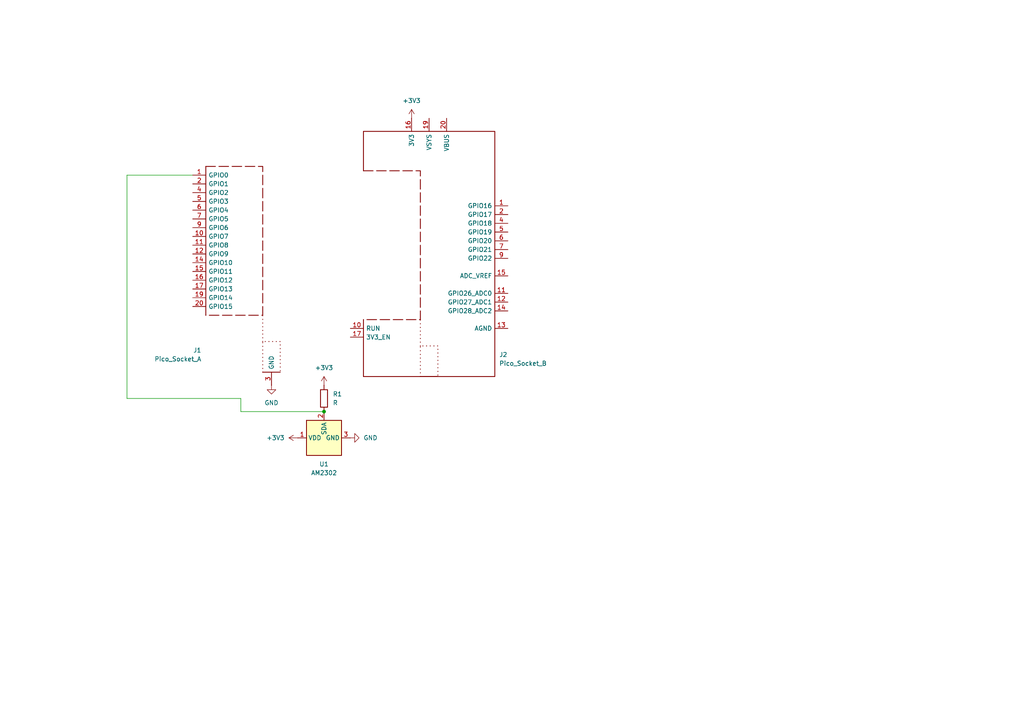
<source format=kicad_sch>
(kicad_sch
	(version 20231120)
	(generator "eeschema")
	(generator_version "8.0")
	(uuid "8b51ea86-c06f-43dd-96d8-c7df78c1d28c")
	(paper "A4")
	(lib_symbols
		(symbol "Device:R"
			(pin_numbers hide)
			(pin_names
				(offset 0)
			)
			(exclude_from_sim no)
			(in_bom yes)
			(on_board yes)
			(property "Reference" "R"
				(at 2.032 0 90)
				(effects
					(font
						(size 1.27 1.27)
					)
				)
			)
			(property "Value" "R"
				(at 0 0 90)
				(effects
					(font
						(size 1.27 1.27)
					)
				)
			)
			(property "Footprint" ""
				(at -1.778 0 90)
				(effects
					(font
						(size 1.27 1.27)
					)
					(hide yes)
				)
			)
			(property "Datasheet" "~"
				(at 0 0 0)
				(effects
					(font
						(size 1.27 1.27)
					)
					(hide yes)
				)
			)
			(property "Description" "Resistor"
				(at 0 0 0)
				(effects
					(font
						(size 1.27 1.27)
					)
					(hide yes)
				)
			)
			(property "ki_keywords" "R res resistor"
				(at 0 0 0)
				(effects
					(font
						(size 1.27 1.27)
					)
					(hide yes)
				)
			)
			(property "ki_fp_filters" "R_*"
				(at 0 0 0)
				(effects
					(font
						(size 1.27 1.27)
					)
					(hide yes)
				)
			)
			(symbol "R_0_1"
				(rectangle
					(start -1.016 -2.54)
					(end 1.016 2.54)
					(stroke
						(width 0.254)
						(type default)
					)
					(fill
						(type none)
					)
				)
			)
			(symbol "R_1_1"
				(pin passive line
					(at 0 3.81 270)
					(length 1.27)
					(name "~"
						(effects
							(font
								(size 1.27 1.27)
							)
						)
					)
					(number "1"
						(effects
							(font
								(size 1.27 1.27)
							)
						)
					)
				)
				(pin passive line
					(at 0 -3.81 90)
					(length 1.27)
					(name "~"
						(effects
							(font
								(size 1.27 1.27)
							)
						)
					)
					(number "2"
						(effects
							(font
								(size 1.27 1.27)
							)
						)
					)
				)
			)
		)
		(symbol "MCU_Module_RaspberryPi_Pico:RaspberryPi_Pico_MultiPart-Socket_A"
			(pin_names
				(offset 0.762)
			)
			(exclude_from_sim no)
			(in_bom yes)
			(on_board yes)
			(property "Reference" "J"
				(at -20.32 -27.94 0)
				(do_not_autoplace)
				(effects
					(font
						(size 1.27 1.27)
					)
					(justify right)
				)
			)
			(property "Value" "Pico_Socket_A"
				(at -20.32 -30.48 0)
				(do_not_autoplace)
				(effects
					(font
						(size 1.27 1.27)
					)
					(justify right)
				)
			)
			(property "Footprint" "Module_RaspberryPi_Pico:RaspberryPi_Pico_PinSocket_1x20_P2.54mm_Vertical"
				(at 0 -49.53 0)
				(effects
					(font
						(size 1.27 1.27)
					)
					(hide yes)
				)
			)
			(property "Datasheet" "https://datasheets.raspberrypi.com/pico/pico-datasheet.pdf"
				(at 0 -52.07 0)
				(effects
					(font
						(size 1.27 1.27)
					)
					(hide yes)
				)
			)
			(property "Description" "One of two 1x20 headers for connecting a Raspberry Pi Pico, with the Pico's specific pins and capabilities implemented, single row, 01x20"
				(at 0 -54.61 0)
				(effects
					(font
						(size 1.27 1.27)
					)
					(hide yes)
				)
			)
			(property "ki_keywords" "Raspberry Pi Pico connector socket"
				(at 0 0 0)
				(effects
					(font
						(size 1.27 1.27)
					)
					(hide yes)
				)
			)
			(property "ki_fp_filters" "*1x20*P2.54mm*Vertical*"
				(at 0 0 0)
				(effects
					(font
						(size 1.27 1.27)
					)
					(hide yes)
				)
			)
			(symbol "RaspberryPi_Pico_MultiPart-Socket_A_1_1"
				(polyline
					(pts
						(xy -19.05 25.4) (xy -19.05 -17.78)
					)
					(stroke
						(width 0.254)
						(type default)
					)
					(fill
						(type none)
					)
				)
				(polyline
					(pts
						(xy -2.54 -34.29) (xy 2.54 -34.29)
					)
					(stroke
						(width 0.254)
						(type default)
					)
					(fill
						(type none)
					)
				)
				(polyline
					(pts
						(xy -2.54 -25.4) (xy -2.54 -17.78)
					)
					(stroke
						(width 0.254)
						(type dot)
					)
					(fill
						(type none)
					)
				)
				(polyline
					(pts
						(xy -19.05 25.4) (xy -2.54 25.4) (xy -2.54 -17.78) (xy -19.05 -17.78)
					)
					(stroke
						(width 0.254)
						(type dash)
					)
					(fill
						(type none)
					)
				)
				(polyline
					(pts
						(xy -2.54 -34.29) (xy -2.54 -25.4) (xy 2.54 -25.4) (xy 2.54 -34.29)
					)
					(stroke
						(width 0.254)
						(type dot)
					)
					(fill
						(type none)
					)
				)
				(pin bidirectional line
					(at -22.86 22.86 0)
					(length 3.81)
					(name "GPIO0"
						(effects
							(font
								(size 1.27 1.27)
							)
						)
					)
					(number "1"
						(effects
							(font
								(size 1.27 1.27)
							)
						)
					)
					(alternate "I2C0_SDA" bidirectional line)
					(alternate "PWM0_A" output line)
					(alternate "SPI0_RX" input line)
					(alternate "UART0_TX" output line)
					(alternate "USB_OVCUR_DET" input line)
				)
				(pin bidirectional line
					(at -22.86 5.08 0)
					(length 3.81)
					(name "GPIO7"
						(effects
							(font
								(size 1.27 1.27)
							)
						)
					)
					(number "10"
						(effects
							(font
								(size 1.27 1.27)
							)
						)
					)
					(alternate "I2C1_SCL" bidirectional clock)
					(alternate "PWM3_B" bidirectional line)
					(alternate "SPI0_TX" output line)
					(alternate "UART1_RTS" output line)
					(alternate "USB_VBUS_DET" input line)
				)
				(pin bidirectional line
					(at -22.86 2.54 0)
					(length 3.81)
					(name "GPIO8"
						(effects
							(font
								(size 1.27 1.27)
							)
						)
					)
					(number "11"
						(effects
							(font
								(size 1.27 1.27)
							)
						)
					)
					(alternate "I2C0_SDA" bidirectional line)
					(alternate "PWM4_A" output line)
					(alternate "SPI1_RX" input line)
					(alternate "UART1_TX" output line)
					(alternate "USB_VBUS_EN" output line)
				)
				(pin bidirectional line
					(at -22.86 0 0)
					(length 3.81)
					(name "GPIO9"
						(effects
							(font
								(size 1.27 1.27)
							)
						)
					)
					(number "12"
						(effects
							(font
								(size 1.27 1.27)
							)
						)
					)
					(alternate "I2C0_SCL" bidirectional clock)
					(alternate "PWM4_B" bidirectional line)
					(alternate "UART1_RX" input line)
					(alternate "USB_OVCUR_DET" input line)
					(alternate "~{SPI1_CSn}" bidirectional line)
				)
				(pin passive line
					(at 0 -38.1 90)
					(length 3.81) hide
					(name "GND"
						(effects
							(font
								(size 1.27 1.27)
							)
						)
					)
					(number "13"
						(effects
							(font
								(size 1.27 1.27)
							)
						)
					)
				)
				(pin bidirectional line
					(at -22.86 -2.54 0)
					(length 3.81)
					(name "GPIO10"
						(effects
							(font
								(size 1.27 1.27)
							)
						)
					)
					(number "14"
						(effects
							(font
								(size 1.27 1.27)
							)
						)
					)
					(alternate "I2C1_SDA" bidirectional line)
					(alternate "PWM5_A" output line)
					(alternate "SPI1_SCK" bidirectional clock)
					(alternate "UART1_CTS" input line)
					(alternate "USB_VBUS_DET" input line)
				)
				(pin bidirectional line
					(at -22.86 -5.08 0)
					(length 3.81)
					(name "GPIO11"
						(effects
							(font
								(size 1.27 1.27)
							)
						)
					)
					(number "15"
						(effects
							(font
								(size 1.27 1.27)
							)
						)
					)
					(alternate "I2C1_SCL" bidirectional clock)
					(alternate "PWM5_B" bidirectional line)
					(alternate "SPI1_TX" output line)
					(alternate "UART1_RTS" output line)
					(alternate "USB_VBUS_EN" output line)
				)
				(pin bidirectional line
					(at -22.86 -7.62 0)
					(length 3.81)
					(name "GPIO12"
						(effects
							(font
								(size 1.27 1.27)
							)
						)
					)
					(number "16"
						(effects
							(font
								(size 1.27 1.27)
							)
						)
					)
					(alternate "I2C0_SDA" bidirectional line)
					(alternate "PWM6_A" output line)
					(alternate "SPI1_RX" input line)
					(alternate "UART0_TX" output line)
					(alternate "USB_OVCUR_DET" input line)
				)
				(pin bidirectional line
					(at -22.86 -10.16 0)
					(length 3.81)
					(name "GPIO13"
						(effects
							(font
								(size 1.27 1.27)
							)
						)
					)
					(number "17"
						(effects
							(font
								(size 1.27 1.27)
							)
						)
					)
					(alternate "I2C0_SCL" bidirectional clock)
					(alternate "PWM6_B" bidirectional line)
					(alternate "UART0_RX" input line)
					(alternate "USB_VBUS_DET" input line)
					(alternate "~{SPI1_CSn}" bidirectional line)
				)
				(pin passive line
					(at 0 -38.1 90)
					(length 3.81) hide
					(name "GND"
						(effects
							(font
								(size 1.27 1.27)
							)
						)
					)
					(number "18"
						(effects
							(font
								(size 1.27 1.27)
							)
						)
					)
				)
				(pin bidirectional line
					(at -22.86 -12.7 0)
					(length 3.81)
					(name "GPIO14"
						(effects
							(font
								(size 1.27 1.27)
							)
						)
					)
					(number "19"
						(effects
							(font
								(size 1.27 1.27)
							)
						)
					)
					(alternate "I2C1_SDA" bidirectional line)
					(alternate "PWM7_A" output line)
					(alternate "SPI1_SCK" bidirectional clock)
					(alternate "UART0_CTS" input line)
					(alternate "USB_VBUS_EN" output line)
				)
				(pin bidirectional line
					(at -22.86 20.32 0)
					(length 3.81)
					(name "GPIO1"
						(effects
							(font
								(size 1.27 1.27)
							)
						)
					)
					(number "2"
						(effects
							(font
								(size 1.27 1.27)
							)
						)
					)
					(alternate "I2C0_SCL" bidirectional clock)
					(alternate "PWM0_B" bidirectional line)
					(alternate "UART0_RX" input line)
					(alternate "USB_VBUS_DET" passive line)
					(alternate "~{SPI0_CSn}" bidirectional line)
				)
				(pin bidirectional line
					(at -22.86 -15.24 0)
					(length 3.81)
					(name "GPIO15"
						(effects
							(font
								(size 1.27 1.27)
							)
						)
					)
					(number "20"
						(effects
							(font
								(size 1.27 1.27)
							)
						)
					)
					(alternate "I2C1_SCL" bidirectional clock)
					(alternate "PWM7_B" bidirectional line)
					(alternate "SPI1_TX" output line)
					(alternate "UART0_RTS" output line)
					(alternate "USB_OVCUR_DET" input line)
				)
				(pin power_out line
					(at 0 -38.1 90)
					(length 3.81)
					(name "GND"
						(effects
							(font
								(size 1.27 1.27)
							)
						)
					)
					(number "3"
						(effects
							(font
								(size 1.27 1.27)
							)
						)
					)
					(alternate "GND_IN" power_in line)
				)
				(pin bidirectional line
					(at -22.86 17.78 0)
					(length 3.81)
					(name "GPIO2"
						(effects
							(font
								(size 1.27 1.27)
							)
						)
					)
					(number "4"
						(effects
							(font
								(size 1.27 1.27)
							)
						)
					)
					(alternate "I2C1_SDA" bidirectional line)
					(alternate "PWM1_A" output line)
					(alternate "SPI0_SCK" bidirectional clock)
					(alternate "UART0_CTS" input line)
					(alternate "USB_VBUS_DET" input line)
				)
				(pin bidirectional line
					(at -22.86 15.24 0)
					(length 3.81)
					(name "GPIO3"
						(effects
							(font
								(size 1.27 1.27)
							)
						)
					)
					(number "5"
						(effects
							(font
								(size 1.27 1.27)
							)
						)
					)
					(alternate "I2C1_SCL" bidirectional clock)
					(alternate "PWM1_B" bidirectional line)
					(alternate "SPI0_TX" output line)
					(alternate "UART0_RTS" output line)
					(alternate "USB_OVCUR_DET" input line)
				)
				(pin bidirectional line
					(at -22.86 12.7 0)
					(length 3.81)
					(name "GPIO4"
						(effects
							(font
								(size 1.27 1.27)
							)
						)
					)
					(number "6"
						(effects
							(font
								(size 1.27 1.27)
							)
						)
					)
					(alternate "I2C0_SDA" bidirectional line)
					(alternate "PWM2_A" output line)
					(alternate "SPI0_RX" input line)
					(alternate "UART1_TX" output line)
					(alternate "USB_VBUS_DET" input line)
				)
				(pin bidirectional line
					(at -22.86 10.16 0)
					(length 3.81)
					(name "GPIO5"
						(effects
							(font
								(size 1.27 1.27)
							)
						)
					)
					(number "7"
						(effects
							(font
								(size 1.27 1.27)
							)
						)
					)
					(alternate "I2C0_SCL" bidirectional clock)
					(alternate "PWM2_B" bidirectional line)
					(alternate "UART1_RX" input line)
					(alternate "USB_VBUS_EN" output line)
					(alternate "~{SPI0_CSn}" bidirectional line)
				)
				(pin passive line
					(at 0 -38.1 90)
					(length 3.81) hide
					(name "GND"
						(effects
							(font
								(size 1.27 1.27)
							)
						)
					)
					(number "8"
						(effects
							(font
								(size 1.27 1.27)
							)
						)
					)
				)
				(pin bidirectional line
					(at -22.86 7.62 0)
					(length 3.81)
					(name "GPIO6"
						(effects
							(font
								(size 1.27 1.27)
							)
						)
					)
					(number "9"
						(effects
							(font
								(size 1.27 1.27)
							)
						)
					)
					(alternate "I2C1_SDA" bidirectional line)
					(alternate "PWM3_A" output line)
					(alternate "SPI0_SCK" bidirectional clock)
					(alternate "UART1_CTS" input line)
					(alternate "USB_OVCUR_DET" input line)
				)
			)
		)
		(symbol "MCU_Module_RaspberryPi_Pico:RaspberryPi_Pico_MultiPart-Socket_B"
			(pin_names
				(offset 0.762)
			)
			(exclude_from_sim no)
			(in_bom yes)
			(on_board yes)
			(property "Reference" "J"
				(at 20.32 -27.94 0)
				(do_not_autoplace)
				(effects
					(font
						(size 1.27 1.27)
					)
					(justify left)
				)
			)
			(property "Value" "Pico_Socket_B"
				(at 20.32 -30.48 0)
				(do_not_autoplace)
				(effects
					(font
						(size 1.27 1.27)
					)
					(justify left)
				)
			)
			(property "Footprint" "Module_RaspberryPi_Pico:RaspberryPi_Pico_PinSocket_1x20_P2.54mm_Vertical"
				(at 0 -49.53 0)
				(effects
					(font
						(size 1.27 1.27)
					)
					(hide yes)
				)
			)
			(property "Datasheet" "https://datasheets.raspberrypi.com/pico/pico-datasheet.pdf"
				(at 0 -52.07 0)
				(effects
					(font
						(size 1.27 1.27)
					)
					(hide yes)
				)
			)
			(property "Description" "One of two 1x20 headers for connecting a Raspberry Pi Pico, with the Pico's specific pins and capabilities implemented, single row, 01x20"
				(at 0 -54.61 0)
				(effects
					(font
						(size 1.27 1.27)
					)
					(hide yes)
				)
			)
			(property "ki_keywords" "Raspberry Pi Pico connector socket"
				(at 0 0 0)
				(effects
					(font
						(size 1.27 1.27)
					)
					(hide yes)
				)
			)
			(property "ki_fp_filters" "*1x20*P2.54mm*Vertical*"
				(at 0 0 0)
				(effects
					(font
						(size 1.27 1.27)
					)
					(hide yes)
				)
			)
			(symbol "RaspberryPi_Pico_MultiPart-Socket_B_1_1"
				(polyline
					(pts
						(xy -2.54 -34.29) (xy 2.54 -34.29)
					)
					(stroke
						(width 0.254)
						(type default)
					)
					(fill
						(type none)
					)
				)
				(polyline
					(pts
						(xy -2.54 -25.4) (xy -2.54 -17.78)
					)
					(stroke
						(width 0.254)
						(type dot)
					)
					(fill
						(type none)
					)
				)
				(polyline
					(pts
						(xy -19.05 25.4) (xy -2.54 25.4) (xy -2.54 -17.78) (xy -19.05 -17.78)
					)
					(stroke
						(width 0.254)
						(type dash)
					)
					(fill
						(type none)
					)
				)
				(polyline
					(pts
						(xy -2.54 -34.29) (xy -2.54 -25.4) (xy 2.54 -25.4) (xy 2.54 -34.29)
					)
					(stroke
						(width 0.254)
						(type dot)
					)
					(fill
						(type none)
					)
				)
				(polyline
					(pts
						(xy -19.05 -17.78) (xy -19.05 -34.29) (xy 19.05 -34.29) (xy 19.05 36.83) (xy -19.05 36.83) (xy -19.05 25.4)
					)
					(stroke
						(width 0.254)
						(type default)
					)
					(fill
						(type none)
					)
				)
				(pin bidirectional line
					(at 22.86 15.24 180)
					(length 3.81)
					(name "GPIO16"
						(effects
							(font
								(size 1.27 1.27)
							)
						)
					)
					(number "1"
						(effects
							(font
								(size 1.27 1.27)
							)
						)
					)
					(alternate "I2C0_SDA" bidirectional line)
					(alternate "PWM0_A" output line)
					(alternate "SPI0_RX" input line)
					(alternate "UART0_TX" output line)
					(alternate "USB_VBUS_DET" input line)
				)
				(pin input line
					(at -22.86 -20.32 0)
					(length 3.81)
					(name "RUN"
						(effects
							(font
								(size 1.27 1.27)
							)
						)
					)
					(number "10"
						(effects
							(font
								(size 1.27 1.27)
							)
						)
					)
					(alternate "~{RESET}" input line)
				)
				(pin bidirectional line
					(at 22.86 -10.16 180)
					(length 3.81)
					(name "GPIO26_ADC0"
						(effects
							(font
								(size 1.27 1.27)
							)
						)
					)
					(number "11"
						(effects
							(font
								(size 1.27 1.27)
							)
						)
					)
					(alternate "ADC0" input line)
					(alternate "GPIO26" bidirectional line)
					(alternate "I2C1_SDA" bidirectional line)
					(alternate "PWM5_A" output line)
					(alternate "SPI1_SCK" bidirectional clock)
					(alternate "UART1_CTS" input line)
					(alternate "USB_VBUS_EN" output line)
				)
				(pin bidirectional line
					(at 22.86 -12.7 180)
					(length 3.81)
					(name "GPIO27_ADC1"
						(effects
							(font
								(size 1.27 1.27)
							)
						)
					)
					(number "12"
						(effects
							(font
								(size 1.27 1.27)
							)
						)
					)
					(alternate "ADC1" input line)
					(alternate "GPIO27" bidirectional line)
					(alternate "I2C1_SCL" bidirectional clock)
					(alternate "PWM5_B" bidirectional line)
					(alternate "SPI1_TX" output line)
					(alternate "UART1_RTS" output line)
					(alternate "USB_OVCUR_DET" input line)
				)
				(pin power_out line
					(at 22.86 -20.32 180)
					(length 3.81)
					(name "AGND"
						(effects
							(font
								(size 1.27 1.27)
							)
						)
					)
					(number "13"
						(effects
							(font
								(size 1.27 1.27)
							)
						)
					)
					(alternate "GND" passive line)
				)
				(pin bidirectional line
					(at 22.86 -15.24 180)
					(length 3.81)
					(name "GPIO28_ADC2"
						(effects
							(font
								(size 1.27 1.27)
							)
						)
					)
					(number "14"
						(effects
							(font
								(size 1.27 1.27)
							)
						)
					)
					(alternate "ADC2" input line)
					(alternate "GPIO28" bidirectional line)
					(alternate "I2C0_SDA" bidirectional line)
					(alternate "PWM6_A" output line)
					(alternate "SPI1_RX" input line)
					(alternate "UART0_TX" output line)
					(alternate "USB_VBUS_DET" input line)
				)
				(pin power_in line
					(at 22.86 -5.08 180)
					(length 3.81)
					(name "ADC_VREF"
						(effects
							(font
								(size 1.27 1.27)
							)
						)
					)
					(number "15"
						(effects
							(font
								(size 1.27 1.27)
							)
						)
					)
				)
				(pin power_out line
					(at -5.08 40.64 270)
					(length 3.81)
					(name "3V3"
						(effects
							(font
								(size 1.27 1.27)
							)
						)
					)
					(number "16"
						(effects
							(font
								(size 1.27 1.27)
							)
						)
					)
				)
				(pin input line
					(at -22.86 -22.86 0)
					(length 3.81)
					(name "3V3_EN"
						(effects
							(font
								(size 1.27 1.27)
							)
						)
					)
					(number "17"
						(effects
							(font
								(size 1.27 1.27)
							)
						)
					)
					(alternate "~{3V3_DISABLE}" input line)
				)
				(pin passive line
					(at 0 -38.1 90)
					(length 3.81) hide
					(name "GND"
						(effects
							(font
								(size 1.27 1.27)
							)
						)
					)
					(number "18"
						(effects
							(font
								(size 1.27 1.27)
							)
						)
					)
				)
				(pin power_out line
					(at 0 40.64 270)
					(length 3.81)
					(name "VSYS"
						(effects
							(font
								(size 1.27 1.27)
							)
						)
					)
					(number "19"
						(effects
							(font
								(size 1.27 1.27)
							)
						)
					)
					(alternate "VSYS_IN" power_in line)
				)
				(pin bidirectional line
					(at 22.86 12.7 180)
					(length 3.81)
					(name "GPIO17"
						(effects
							(font
								(size 1.27 1.27)
							)
						)
					)
					(number "2"
						(effects
							(font
								(size 1.27 1.27)
							)
						)
					)
					(alternate "I2C0_SCL" bidirectional clock)
					(alternate "PWM0_B" bidirectional line)
					(alternate "UART0_RX" input line)
					(alternate "USB_VBUS_EN" output line)
					(alternate "~{SPI0_CSn}" bidirectional line)
				)
				(pin power_out line
					(at 5.08 40.64 270)
					(length 3.81)
					(name "VBUS"
						(effects
							(font
								(size 1.27 1.27)
							)
						)
					)
					(number "20"
						(effects
							(font
								(size 1.27 1.27)
							)
						)
					)
					(alternate "VBUS_HOST" power_in line)
				)
				(pin passive line
					(at 0 -38.1 90)
					(length 3.81) hide
					(name "GND"
						(effects
							(font
								(size 1.27 1.27)
							)
						)
					)
					(number "3"
						(effects
							(font
								(size 1.27 1.27)
							)
						)
					)
				)
				(pin bidirectional line
					(at 22.86 10.16 180)
					(length 3.81)
					(name "GPIO18"
						(effects
							(font
								(size 1.27 1.27)
							)
						)
					)
					(number "4"
						(effects
							(font
								(size 1.27 1.27)
							)
						)
					)
					(alternate "I2C1_SDA" bidirectional line)
					(alternate "PWM1_A" output line)
					(alternate "SPI0_SCK" bidirectional clock)
					(alternate "UART0_CTS" input line)
					(alternate "USB_OVCUR_DET" input line)
				)
				(pin bidirectional line
					(at 22.86 7.62 180)
					(length 3.81)
					(name "GPIO19"
						(effects
							(font
								(size 1.27 1.27)
							)
						)
					)
					(number "5"
						(effects
							(font
								(size 1.27 1.27)
							)
						)
					)
					(alternate "I2C1_SCL" bidirectional clock)
					(alternate "PWM1_B" bidirectional line)
					(alternate "SPI0_TX" output line)
					(alternate "UART0_RTS" output line)
					(alternate "USB_VBUS_DET" input line)
				)
				(pin bidirectional line
					(at 22.86 5.08 180)
					(length 3.81)
					(name "GPIO20"
						(effects
							(font
								(size 1.27 1.27)
							)
						)
					)
					(number "6"
						(effects
							(font
								(size 1.27 1.27)
							)
						)
					)
					(alternate "CLOCK_GPIN0" input clock)
					(alternate "I2C0_SDA" bidirectional line)
					(alternate "PWM2_A" output line)
					(alternate "SPI0_RX" input line)
					(alternate "UART1_TX" output line)
					(alternate "USB_VBUS_EN" output line)
				)
				(pin bidirectional line
					(at 22.86 2.54 180)
					(length 3.81)
					(name "GPIO21"
						(effects
							(font
								(size 1.27 1.27)
							)
						)
					)
					(number "7"
						(effects
							(font
								(size 1.27 1.27)
							)
						)
					)
					(alternate "CLOCK_GPOUT0" output clock)
					(alternate "I2C0_SCL" bidirectional clock)
					(alternate "PWM2_B" bidirectional line)
					(alternate "UART1_RX" input line)
					(alternate "USB_OVCUR_DET" input line)
					(alternate "~{SPI0_CSn}" bidirectional line)
				)
				(pin passive line
					(at 0 -38.1 90)
					(length 3.81) hide
					(name "GND"
						(effects
							(font
								(size 1.27 1.27)
							)
						)
					)
					(number "8"
						(effects
							(font
								(size 1.27 1.27)
							)
						)
					)
				)
				(pin bidirectional line
					(at 22.86 0 180)
					(length 3.81)
					(name "GPIO22"
						(effects
							(font
								(size 1.27 1.27)
							)
						)
					)
					(number "9"
						(effects
							(font
								(size 1.27 1.27)
							)
						)
					)
					(alternate "CLOCK_GPIN1" input clock)
					(alternate "I2C1_SDA" bidirectional line)
					(alternate "PWM3_A" output line)
					(alternate "SPI0_SCK" bidirectional clock)
					(alternate "UART1_CTS" input line)
					(alternate "USB_VBUS_DET" input line)
				)
			)
		)
		(symbol "Sensor:AM2302"
			(exclude_from_sim no)
			(in_bom yes)
			(on_board yes)
			(property "Reference" "U"
				(at -3.81 6.35 0)
				(effects
					(font
						(size 1.27 1.27)
					)
				)
			)
			(property "Value" "AM2302"
				(at 3.81 6.35 0)
				(effects
					(font
						(size 1.27 1.27)
					)
				)
			)
			(property "Footprint" "Sensor:ASAIR_AM2302_P2.54mm_Vertical"
				(at 0 -10.16 0)
				(effects
					(font
						(size 1.27 1.27)
					)
					(hide yes)
				)
			)
			(property "Datasheet" "http://akizukidenshi.com/download/ds/aosong/AM2302.pdf"
				(at 3.81 6.35 0)
				(effects
					(font
						(size 1.27 1.27)
					)
					(hide yes)
				)
			)
			(property "Description" "3.3 to 5.0V, Temperature and humidity module,  DHT22, AM2302"
				(at 0 0 0)
				(effects
					(font
						(size 1.27 1.27)
					)
					(hide yes)
				)
			)
			(property "ki_keywords" "digital sensor"
				(at 0 0 0)
				(effects
					(font
						(size 1.27 1.27)
					)
					(hide yes)
				)
			)
			(property "ki_fp_filters" "ASAIR*AM2302*P2.54mm*"
				(at 0 0 0)
				(effects
					(font
						(size 1.27 1.27)
					)
					(hide yes)
				)
			)
			(symbol "AM2302_0_1"
				(rectangle
					(start -5.08 5.08)
					(end 5.08 -5.08)
					(stroke
						(width 0.254)
						(type default)
					)
					(fill
						(type background)
					)
				)
			)
			(symbol "AM2302_1_1"
				(pin power_in line
					(at 0 7.62 270)
					(length 2.54)
					(name "VDD"
						(effects
							(font
								(size 1.27 1.27)
							)
						)
					)
					(number "1"
						(effects
							(font
								(size 1.27 1.27)
							)
						)
					)
				)
				(pin bidirectional line
					(at 7.62 0 180)
					(length 2.54)
					(name "SDA"
						(effects
							(font
								(size 1.27 1.27)
							)
						)
					)
					(number "2"
						(effects
							(font
								(size 1.27 1.27)
							)
						)
					)
				)
				(pin power_in line
					(at 0 -7.62 90)
					(length 2.54)
					(name "GND"
						(effects
							(font
								(size 1.27 1.27)
							)
						)
					)
					(number "3"
						(effects
							(font
								(size 1.27 1.27)
							)
						)
					)
				)
				(pin passive line
					(at 0 -7.62 90)
					(length 2.54) hide
					(name "GND"
						(effects
							(font
								(size 1.27 1.27)
							)
						)
					)
					(number "4"
						(effects
							(font
								(size 1.27 1.27)
							)
						)
					)
				)
			)
		)
		(symbol "power:+3V3"
			(power)
			(pin_numbers hide)
			(pin_names
				(offset 0) hide)
			(exclude_from_sim no)
			(in_bom yes)
			(on_board yes)
			(property "Reference" "#PWR"
				(at 0 -3.81 0)
				(effects
					(font
						(size 1.27 1.27)
					)
					(hide yes)
				)
			)
			(property "Value" "+3V3"
				(at 0 3.556 0)
				(effects
					(font
						(size 1.27 1.27)
					)
				)
			)
			(property "Footprint" ""
				(at 0 0 0)
				(effects
					(font
						(size 1.27 1.27)
					)
					(hide yes)
				)
			)
			(property "Datasheet" ""
				(at 0 0 0)
				(effects
					(font
						(size 1.27 1.27)
					)
					(hide yes)
				)
			)
			(property "Description" "Power symbol creates a global label with name \"+3V3\""
				(at 0 0 0)
				(effects
					(font
						(size 1.27 1.27)
					)
					(hide yes)
				)
			)
			(property "ki_keywords" "global power"
				(at 0 0 0)
				(effects
					(font
						(size 1.27 1.27)
					)
					(hide yes)
				)
			)
			(symbol "+3V3_0_1"
				(polyline
					(pts
						(xy -0.762 1.27) (xy 0 2.54)
					)
					(stroke
						(width 0)
						(type default)
					)
					(fill
						(type none)
					)
				)
				(polyline
					(pts
						(xy 0 0) (xy 0 2.54)
					)
					(stroke
						(width 0)
						(type default)
					)
					(fill
						(type none)
					)
				)
				(polyline
					(pts
						(xy 0 2.54) (xy 0.762 1.27)
					)
					(stroke
						(width 0)
						(type default)
					)
					(fill
						(type none)
					)
				)
			)
			(symbol "+3V3_1_1"
				(pin power_in line
					(at 0 0 90)
					(length 0)
					(name "~"
						(effects
							(font
								(size 1.27 1.27)
							)
						)
					)
					(number "1"
						(effects
							(font
								(size 1.27 1.27)
							)
						)
					)
				)
			)
		)
		(symbol "power:GND"
			(power)
			(pin_numbers hide)
			(pin_names
				(offset 0) hide)
			(exclude_from_sim no)
			(in_bom yes)
			(on_board yes)
			(property "Reference" "#PWR"
				(at 0 -6.35 0)
				(effects
					(font
						(size 1.27 1.27)
					)
					(hide yes)
				)
			)
			(property "Value" "GND"
				(at 0 -3.81 0)
				(effects
					(font
						(size 1.27 1.27)
					)
				)
			)
			(property "Footprint" ""
				(at 0 0 0)
				(effects
					(font
						(size 1.27 1.27)
					)
					(hide yes)
				)
			)
			(property "Datasheet" ""
				(at 0 0 0)
				(effects
					(font
						(size 1.27 1.27)
					)
					(hide yes)
				)
			)
			(property "Description" "Power symbol creates a global label with name \"GND\" , ground"
				(at 0 0 0)
				(effects
					(font
						(size 1.27 1.27)
					)
					(hide yes)
				)
			)
			(property "ki_keywords" "global power"
				(at 0 0 0)
				(effects
					(font
						(size 1.27 1.27)
					)
					(hide yes)
				)
			)
			(symbol "GND_0_1"
				(polyline
					(pts
						(xy 0 0) (xy 0 -1.27) (xy 1.27 -1.27) (xy 0 -2.54) (xy -1.27 -1.27) (xy 0 -1.27)
					)
					(stroke
						(width 0)
						(type default)
					)
					(fill
						(type none)
					)
				)
			)
			(symbol "GND_1_1"
				(pin power_in line
					(at 0 0 270)
					(length 0)
					(name "~"
						(effects
							(font
								(size 1.27 1.27)
							)
						)
					)
					(number "1"
						(effects
							(font
								(size 1.27 1.27)
							)
						)
					)
				)
			)
		)
	)
	(junction
		(at 93.98 119.38)
		(diameter 0)
		(color 0 0 0 0)
		(uuid "314faf0d-641a-49a4-881f-133a3ac91f69")
	)
	(wire
		(pts
			(xy 36.83 115.57) (xy 69.85 115.57)
		)
		(stroke
			(width 0)
			(type default)
		)
		(uuid "8052031a-d9f3-4845-bfdb-475cd870e6e2")
	)
	(wire
		(pts
			(xy 36.83 115.57) (xy 36.83 50.8)
		)
		(stroke
			(width 0)
			(type default)
		)
		(uuid "a62e1e33-4de4-4a42-997b-31c4e850bb3b")
	)
	(wire
		(pts
			(xy 36.83 50.8) (xy 55.88 50.8)
		)
		(stroke
			(width 0)
			(type default)
		)
		(uuid "b4e388e9-ee13-4bd5-b34d-48c1b1b527f1")
	)
	(wire
		(pts
			(xy 69.85 115.57) (xy 69.85 119.38)
		)
		(stroke
			(width 0)
			(type default)
		)
		(uuid "d4d3833f-517a-4351-83f1-d4a3e3a24a78")
	)
	(wire
		(pts
			(xy 69.85 119.38) (xy 93.98 119.38)
		)
		(stroke
			(width 0)
			(type default)
		)
		(uuid "f2dfa2bb-659b-458e-8ede-29947a129a00")
	)
	(symbol
		(lib_id "power:+3V3")
		(at 86.36 127 90)
		(unit 1)
		(exclude_from_sim no)
		(in_bom yes)
		(on_board yes)
		(dnp no)
		(fields_autoplaced yes)
		(uuid "09c9b03d-0e81-4aa7-8a4e-65a84e6285b7")
		(property "Reference" "#PWR02"
			(at 90.17 127 0)
			(effects
				(font
					(size 1.27 1.27)
				)
				(hide yes)
			)
		)
		(property "Value" "+3V3"
			(at 82.55 126.9999 90)
			(effects
				(font
					(size 1.27 1.27)
				)
				(justify left)
			)
		)
		(property "Footprint" ""
			(at 86.36 127 0)
			(effects
				(font
					(size 1.27 1.27)
				)
				(hide yes)
			)
		)
		(property "Datasheet" ""
			(at 86.36 127 0)
			(effects
				(font
					(size 1.27 1.27)
				)
				(hide yes)
			)
		)
		(property "Description" "Power symbol creates a global label with name \"+3V3\""
			(at 86.36 127 0)
			(effects
				(font
					(size 1.27 1.27)
				)
				(hide yes)
			)
		)
		(pin "1"
			(uuid "a58175df-e23a-41cd-9ad8-0d1b0062b315")
		)
		(instances
			(project ""
				(path "/8b51ea86-c06f-43dd-96d8-c7df78c1d28c"
					(reference "#PWR02")
					(unit 1)
				)
			)
		)
	)
	(symbol
		(lib_id "Sensor:AM2302")
		(at 93.98 127 90)
		(unit 1)
		(exclude_from_sim no)
		(in_bom yes)
		(on_board yes)
		(dnp no)
		(fields_autoplaced yes)
		(uuid "12bb0b0c-33d6-40cd-8d26-f202b42b9088")
		(property "Reference" "U1"
			(at 93.98 134.62 90)
			(effects
				(font
					(size 1.27 1.27)
				)
			)
		)
		(property "Value" "AM2302"
			(at 93.98 137.16 90)
			(effects
				(font
					(size 1.27 1.27)
				)
			)
		)
		(property "Footprint" "Sensor:ASAIR_AM2302_P2.54mm_Vertical"
			(at 104.14 127 0)
			(effects
				(font
					(size 1.27 1.27)
				)
				(hide yes)
			)
		)
		(property "Datasheet" "http://akizukidenshi.com/download/ds/aosong/AM2302.pdf"
			(at 87.63 123.19 0)
			(effects
				(font
					(size 1.27 1.27)
				)
				(hide yes)
			)
		)
		(property "Description" "3.3 to 5.0V, Temperature and humidity module,  DHT22, AM2302"
			(at 93.98 127 0)
			(effects
				(font
					(size 1.27 1.27)
				)
				(hide yes)
			)
		)
		(pin "3"
			(uuid "a91f827b-6078-4b71-8637-2dccc9abdd3a")
		)
		(pin "4"
			(uuid "55da3a9c-381f-46d7-8afc-6fd375d34944")
		)
		(pin "2"
			(uuid "43b19f57-5cdf-4d20-92db-977822c0bd4b")
		)
		(pin "1"
			(uuid "e664acb3-81ec-4173-b3ae-450ca497767b")
		)
		(instances
			(project ""
				(path "/8b51ea86-c06f-43dd-96d8-c7df78c1d28c"
					(reference "U1")
					(unit 1)
				)
			)
		)
	)
	(symbol
		(lib_id "MCU_Module_RaspberryPi_Pico:RaspberryPi_Pico_MultiPart-Socket_B")
		(at 124.46 74.93 0)
		(unit 1)
		(exclude_from_sim no)
		(in_bom yes)
		(on_board yes)
		(dnp no)
		(fields_autoplaced yes)
		(uuid "240d8731-3334-4baa-b7f8-0ab28a75757d")
		(property "Reference" "J2"
			(at 144.78 102.87 0)
			(do_not_autoplace yes)
			(effects
				(font
					(size 1.27 1.27)
				)
				(justify left)
			)
		)
		(property "Value" "Pico_Socket_B"
			(at 144.78 105.41 0)
			(do_not_autoplace yes)
			(effects
				(font
					(size 1.27 1.27)
				)
				(justify left)
			)
		)
		(property "Footprint" "Module_RaspberryPi_Pico:RaspberryPi_Pico_PinSocket_1x20_P2.54mm_Vertical"
			(at 124.46 124.46 0)
			(effects
				(font
					(size 1.27 1.27)
				)
				(hide yes)
			)
		)
		(property "Datasheet" "https://datasheets.raspberrypi.com/pico/pico-datasheet.pdf"
			(at 124.46 127 0)
			(effects
				(font
					(size 1.27 1.27)
				)
				(hide yes)
			)
		)
		(property "Description" "One of two 1x20 headers for connecting a Raspberry Pi Pico, with the Pico's specific pins and capabilities implemented, single row, 01x20"
			(at 124.46 129.54 0)
			(effects
				(font
					(size 1.27 1.27)
				)
				(hide yes)
			)
		)
		(pin "17"
			(uuid "031daa63-9fe8-4815-9ebf-0636ca589b0d")
		)
		(pin "9"
			(uuid "dd68a835-5f4f-4db4-98e5-acadc16dd108")
		)
		(pin "5"
			(uuid "0563ff2b-8b9e-4b8e-9a6e-30719123ae38")
		)
		(pin "15"
			(uuid "8b2448d5-aaed-441c-934f-afa3e558f0c2")
		)
		(pin "20"
			(uuid "8df26ed3-b049-44b8-83a9-12bb0223f957")
		)
		(pin "12"
			(uuid "22855dcf-7e4a-4157-89c1-1a122d524e26")
		)
		(pin "4"
			(uuid "c295057d-4fa3-4769-ad73-3c6561a58555")
		)
		(pin "7"
			(uuid "8408d389-6e16-493b-94bf-2a8ea7c16ef6")
		)
		(pin "6"
			(uuid "1821d061-3d35-450f-9126-aa0a5fd2d8a6")
		)
		(pin "10"
			(uuid "945cd475-1405-49d9-8ff9-1b22e5779ce2")
		)
		(pin "1"
			(uuid "066d55fb-5ff1-488d-b234-ec2692968d6e")
		)
		(pin "14"
			(uuid "b417500a-3ee4-471f-8c75-12b08e74a496")
		)
		(pin "13"
			(uuid "e8c3754f-1a7f-4402-8e53-6e23ccc50a0d")
		)
		(pin "2"
			(uuid "eab51551-6569-46d6-a83d-35ff7af97e71")
		)
		(pin "8"
			(uuid "6215bba0-f9b5-483d-b05e-61183f85f566")
		)
		(pin "18"
			(uuid "7083f8b9-e8d0-48af-8f78-90344a80b0b1")
		)
		(pin "11"
			(uuid "987c15b7-fe3b-40ca-abe5-08f0d3812e90")
		)
		(pin "19"
			(uuid "3751abb7-3f7d-49f1-8bf7-5d3cb923c4b1")
		)
		(pin "16"
			(uuid "9ac4fbe3-0dae-49a9-a749-e2d8fe7b3d71")
		)
		(pin "3"
			(uuid "61d41192-ff3b-4c21-93f6-008b2c904318")
		)
		(instances
			(project ""
				(path "/8b51ea86-c06f-43dd-96d8-c7df78c1d28c"
					(reference "J2")
					(unit 1)
				)
			)
		)
	)
	(symbol
		(lib_id "power:+3V3")
		(at 93.98 111.76 0)
		(unit 1)
		(exclude_from_sim no)
		(in_bom yes)
		(on_board yes)
		(dnp no)
		(fields_autoplaced yes)
		(uuid "2cb4049a-0355-4dd9-a804-0a305e9ff370")
		(property "Reference" "#PWR05"
			(at 93.98 115.57 0)
			(effects
				(font
					(size 1.27 1.27)
				)
				(hide yes)
			)
		)
		(property "Value" "+3V3"
			(at 93.98 106.68 0)
			(effects
				(font
					(size 1.27 1.27)
				)
			)
		)
		(property "Footprint" ""
			(at 93.98 111.76 0)
			(effects
				(font
					(size 1.27 1.27)
				)
				(hide yes)
			)
		)
		(property "Datasheet" ""
			(at 93.98 111.76 0)
			(effects
				(font
					(size 1.27 1.27)
				)
				(hide yes)
			)
		)
		(property "Description" "Power symbol creates a global label with name \"+3V3\""
			(at 93.98 111.76 0)
			(effects
				(font
					(size 1.27 1.27)
				)
				(hide yes)
			)
		)
		(pin "1"
			(uuid "a892b06c-8e60-46c7-a41c-01a62a529933")
		)
		(instances
			(project ""
				(path "/8b51ea86-c06f-43dd-96d8-c7df78c1d28c"
					(reference "#PWR05")
					(unit 1)
				)
			)
		)
	)
	(symbol
		(lib_id "power:GND")
		(at 78.74 111.76 0)
		(unit 1)
		(exclude_from_sim no)
		(in_bom yes)
		(on_board yes)
		(dnp no)
		(fields_autoplaced yes)
		(uuid "735a1385-e034-48e0-ae75-0c6a7028be62")
		(property "Reference" "#PWR04"
			(at 78.74 118.11 0)
			(effects
				(font
					(size 1.27 1.27)
				)
				(hide yes)
			)
		)
		(property "Value" "GND"
			(at 78.74 116.84 0)
			(effects
				(font
					(size 1.27 1.27)
				)
			)
		)
		(property "Footprint" ""
			(at 78.74 111.76 0)
			(effects
				(font
					(size 1.27 1.27)
				)
				(hide yes)
			)
		)
		(property "Datasheet" ""
			(at 78.74 111.76 0)
			(effects
				(font
					(size 1.27 1.27)
				)
				(hide yes)
			)
		)
		(property "Description" "Power symbol creates a global label with name \"GND\" , ground"
			(at 78.74 111.76 0)
			(effects
				(font
					(size 1.27 1.27)
				)
				(hide yes)
			)
		)
		(pin "1"
			(uuid "9f7a8e0e-242a-4795-b9b0-03c70186c7ac")
		)
		(instances
			(project ""
				(path "/8b51ea86-c06f-43dd-96d8-c7df78c1d28c"
					(reference "#PWR04")
					(unit 1)
				)
			)
		)
	)
	(symbol
		(lib_id "power:+3V3")
		(at 119.38 34.29 0)
		(unit 1)
		(exclude_from_sim no)
		(in_bom yes)
		(on_board yes)
		(dnp no)
		(fields_autoplaced yes)
		(uuid "95f2d7f0-3c8b-4560-981e-571c33d043b5")
		(property "Reference" "#PWR03"
			(at 119.38 38.1 0)
			(effects
				(font
					(size 1.27 1.27)
				)
				(hide yes)
			)
		)
		(property "Value" "+3V3"
			(at 119.38 29.21 0)
			(effects
				(font
					(size 1.27 1.27)
				)
			)
		)
		(property "Footprint" ""
			(at 119.38 34.29 0)
			(effects
				(font
					(size 1.27 1.27)
				)
				(hide yes)
			)
		)
		(property "Datasheet" ""
			(at 119.38 34.29 0)
			(effects
				(font
					(size 1.27 1.27)
				)
				(hide yes)
			)
		)
		(property "Description" "Power symbol creates a global label with name \"+3V3\""
			(at 119.38 34.29 0)
			(effects
				(font
					(size 1.27 1.27)
				)
				(hide yes)
			)
		)
		(pin "1"
			(uuid "81f87030-5cd8-4fb8-8274-288d7bd504e8")
		)
		(instances
			(project ""
				(path "/8b51ea86-c06f-43dd-96d8-c7df78c1d28c"
					(reference "#PWR03")
					(unit 1)
				)
			)
		)
	)
	(symbol
		(lib_id "Device:R")
		(at 93.98 115.57 0)
		(unit 1)
		(exclude_from_sim no)
		(in_bom yes)
		(on_board yes)
		(dnp no)
		(fields_autoplaced yes)
		(uuid "b25d344e-5d37-47c3-9bf0-79d5bc37a09d")
		(property "Reference" "R1"
			(at 96.52 114.2999 0)
			(effects
				(font
					(size 1.27 1.27)
				)
				(justify left)
			)
		)
		(property "Value" "R"
			(at 96.52 116.8399 0)
			(effects
				(font
					(size 1.27 1.27)
				)
				(justify left)
			)
		)
		(property "Footprint" "Resistor_SMD:R_0201_0603Metric"
			(at 92.202 115.57 90)
			(effects
				(font
					(size 1.27 1.27)
				)
				(hide yes)
			)
		)
		(property "Datasheet" "~"
			(at 93.98 115.57 0)
			(effects
				(font
					(size 1.27 1.27)
				)
				(hide yes)
			)
		)
		(property "Description" "Resistor"
			(at 93.98 115.57 0)
			(effects
				(font
					(size 1.27 1.27)
				)
				(hide yes)
			)
		)
		(pin "2"
			(uuid "005175ac-3c5a-414e-94ca-73ecf5f509c3")
		)
		(pin "1"
			(uuid "67e578b9-37db-4085-9bc8-6f44a45bcfba")
		)
		(instances
			(project ""
				(path "/8b51ea86-c06f-43dd-96d8-c7df78c1d28c"
					(reference "R1")
					(unit 1)
				)
			)
		)
	)
	(symbol
		(lib_id "power:GND")
		(at 101.6 127 90)
		(unit 1)
		(exclude_from_sim no)
		(in_bom yes)
		(on_board yes)
		(dnp no)
		(fields_autoplaced yes)
		(uuid "dde96467-2d43-4d5b-8107-df76a15ab282")
		(property "Reference" "#PWR01"
			(at 107.95 127 0)
			(effects
				(font
					(size 1.27 1.27)
				)
				(hide yes)
			)
		)
		(property "Value" "GND"
			(at 105.41 126.9999 90)
			(effects
				(font
					(size 1.27 1.27)
				)
				(justify right)
			)
		)
		(property "Footprint" ""
			(at 101.6 127 0)
			(effects
				(font
					(size 1.27 1.27)
				)
				(hide yes)
			)
		)
		(property "Datasheet" ""
			(at 101.6 127 0)
			(effects
				(font
					(size 1.27 1.27)
				)
				(hide yes)
			)
		)
		(property "Description" "Power symbol creates a global label with name \"GND\" , ground"
			(at 101.6 127 0)
			(effects
				(font
					(size 1.27 1.27)
				)
				(hide yes)
			)
		)
		(pin "1"
			(uuid "75460ea5-a95e-4b39-bf14-d5491cbce660")
		)
		(instances
			(project ""
				(path "/8b51ea86-c06f-43dd-96d8-c7df78c1d28c"
					(reference "#PWR01")
					(unit 1)
				)
			)
		)
	)
	(symbol
		(lib_id "MCU_Module_RaspberryPi_Pico:RaspberryPi_Pico_MultiPart-Socket_A")
		(at 78.74 73.66 0)
		(unit 1)
		(exclude_from_sim no)
		(in_bom yes)
		(on_board yes)
		(dnp no)
		(fields_autoplaced yes)
		(uuid "f9dc8742-6259-4abf-bfed-84c847a42a1a")
		(property "Reference" "J1"
			(at 58.42 101.6 0)
			(do_not_autoplace yes)
			(effects
				(font
					(size 1.27 1.27)
				)
				(justify right)
			)
		)
		(property "Value" "Pico_Socket_A"
			(at 58.42 104.14 0)
			(do_not_autoplace yes)
			(effects
				(font
					(size 1.27 1.27)
				)
				(justify right)
			)
		)
		(property "Footprint" "Module_RaspberryPi_Pico:RaspberryPi_Pico_PinSocket_1x20_P2.54mm_Vertical"
			(at 78.74 123.19 0)
			(effects
				(font
					(size 1.27 1.27)
				)
				(hide yes)
			)
		)
		(property "Datasheet" "https://datasheets.raspberrypi.com/pico/pico-datasheet.pdf"
			(at 78.74 125.73 0)
			(effects
				(font
					(size 1.27 1.27)
				)
				(hide yes)
			)
		)
		(property "Description" "One of two 1x20 headers for connecting a Raspberry Pi Pico, with the Pico's specific pins and capabilities implemented, single row, 01x20"
			(at 78.74 128.27 0)
			(effects
				(font
					(size 1.27 1.27)
				)
				(hide yes)
			)
		)
		(pin "13"
			(uuid "971c2f55-6700-493e-b65f-e292d5c2bc78")
		)
		(pin "19"
			(uuid "a8c448b0-af01-43d8-86f0-c52695a73553")
		)
		(pin "5"
			(uuid "c4f445d1-bef5-4787-b422-56e39f5a2bc6")
		)
		(pin "7"
			(uuid "bc55bf5e-e3d7-4989-b051-d1e9e1df04ba")
		)
		(pin "10"
			(uuid "0f059179-2dc3-4dc6-ad16-1c46aa35aab4")
		)
		(pin "18"
			(uuid "72d4ed9c-bbbc-4ce1-95bb-10cb57a3db98")
		)
		(pin "3"
			(uuid "740d246d-b11d-4a31-a5d1-adcc74a0b183")
		)
		(pin "8"
			(uuid "ee3014cc-6fc9-40ff-8dc1-36afb34cd4bb")
		)
		(pin "17"
			(uuid "25ee30de-205c-4b02-bb8c-b249c23b9b3d")
		)
		(pin "6"
			(uuid "56f42802-81db-4ff6-96e7-2c0f2f853493")
		)
		(pin "15"
			(uuid "9ee4f651-5d90-4f60-a248-3b33b1df6785")
		)
		(pin "11"
			(uuid "7712c330-c7af-4ed7-a3ae-9b655f232a9b")
		)
		(pin "2"
			(uuid "64f991ea-eec4-4f32-8243-177e4fbc1c6e")
		)
		(pin "20"
			(uuid "73fe168b-b620-47fa-8c64-ee0f6d8c54f2")
		)
		(pin "4"
			(uuid "c29a7207-b9dc-49a5-a55a-6eabfc456683")
		)
		(pin "9"
			(uuid "2c479121-2449-4413-bf80-361c75d75634")
		)
		(pin "1"
			(uuid "7c356624-4f4a-42c6-9db3-63b6a4601ba6")
		)
		(pin "12"
			(uuid "c1fa0564-5d81-4173-945c-6e7f81ea2ec4")
		)
		(pin "14"
			(uuid "11b3796f-37ba-41eb-94cf-602f5be449e7")
		)
		(pin "16"
			(uuid "52f6986f-f967-4edd-b8dc-a4772d024f93")
		)
		(instances
			(project ""
				(path "/8b51ea86-c06f-43dd-96d8-c7df78c1d28c"
					(reference "J1")
					(unit 1)
				)
			)
		)
	)
	(sheet_instances
		(path "/"
			(page "1")
		)
	)
)

</source>
